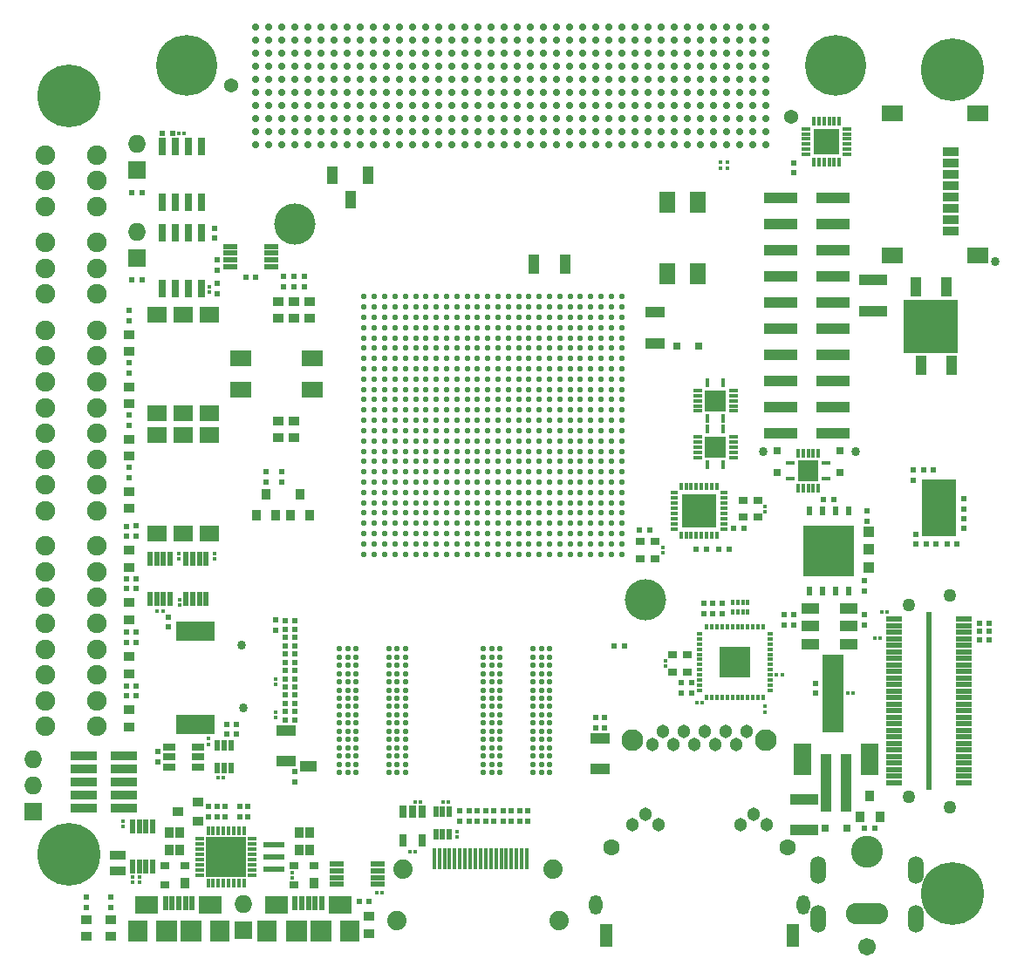
<source format=gbr>
G04 #@! TF.FileFunction,Soldermask,Top*
%FSLAX46Y46*%
G04 Gerber Fmt 4.6, Leading zero omitted, Abs format (unit mm)*
G04 Created by KiCad (PCBNEW 4.0.6) date Mon May 22 11:22:16 2017*
%MOMM*%
%LPD*%
G01*
G04 APERTURE LIST*
%ADD10C,0.101600*%
%ADD11C,0.551600*%
%ADD12R,0.351600X0.801600*%
%ADD13R,0.801600X0.351600*%
%ADD14R,1.701600X1.701600*%
%ADD15C,1.301600*%
%ADD16C,2.101600*%
%ADD17O,1.301600X1.901600*%
%ADD18R,1.181600X2.161600*%
%ADD19C,1.601600*%
%ADD20R,1.901600X1.101600*%
%ADD21R,0.401600X0.381600*%
%ADD22R,0.601600X0.601600*%
%ADD23R,1.101600X1.901600*%
%ADD24R,0.381600X0.401600*%
%ADD25R,0.685800X0.787400*%
%ADD26R,0.787400X0.685800*%
%ADD27R,1.101600X0.901600*%
%ADD28R,1.498600X0.508000*%
%ADD29R,0.609600X17.373600*%
%ADD30C,1.270000*%
%ADD31R,0.401600X2.001600*%
%ADD32C,1.879600*%
%ADD33R,0.501600X1.451600*%
%ADD34R,2.201600X1.701600*%
%ADD35R,1.901600X2.001600*%
%ADD36R,2.001600X2.001600*%
%ADD37R,1.101600X5.601600*%
%ADD38R,1.701600X3.101600*%
%ADD39R,1.752600X1.752600*%
%ADD40O,1.752600X1.752600*%
%ADD41R,2.101600X1.551600*%
%ADD42R,1.601600X0.901600*%
%ADD43R,1.102360X1.000760*%
%ADD44R,3.701600X1.901600*%
%ADD45R,0.901600X1.101600*%
%ADD46R,0.351600X0.601600*%
%ADD47R,2.101600X1.501600*%
%ADD48R,1.501600X2.101600*%
%ADD49R,2.701600X1.101600*%
%ADD50C,0.863600*%
%ADD51R,0.889000X0.990600*%
%ADD52R,0.851600X1.001600*%
%ADD53R,1.181600X0.881600*%
%ADD54R,1.201600X0.701600*%
%ADD55R,1.389100X1.389100*%
%ADD56R,0.551600X1.051600*%
%ADD57R,1.101600X1.351600*%
%ADD58R,0.551600X1.451600*%
%ADD59R,0.701600X1.201600*%
%ADD60R,0.951600X0.371600*%
%ADD61R,0.371600X0.951600*%
%ADD62R,1.351600X1.351600*%
%ADD63R,1.451600X0.551600*%
%ADD64R,0.851600X1.061600*%
%ADD65R,0.851600X0.641600*%
%ADD66R,0.951600X0.381600*%
%ADD67R,0.381600X0.951600*%
%ADD68R,1.101600X1.101600*%
%ADD69R,1.881600X1.621600*%
%ADD70R,0.951600X0.751600*%
%ADD71R,0.701600X1.651600*%
%ADD72R,0.601600X0.901600*%
%ADD73R,1.701600X1.101600*%
%ADD74R,0.601600X0.351600*%
%ADD75R,1.601600X1.601600*%
%ADD76R,0.901600X0.901600*%
%ADD77R,2.101600X0.501600*%
%ADD78R,1.501600X0.851600*%
%ADD79C,0.736600*%
%ADD80C,1.371600*%
%ADD81C,5.901600*%
%ADD82C,1.901600*%
%ADD83R,1.101600X1.701600*%
%ADD84R,2.501600X0.851600*%
%ADD85R,2.501600X0.841600*%
%ADD86R,3.251600X1.101600*%
%ADD87C,1.701600*%
%ADD88C,3.101600*%
%ADD89O,1.501600X2.701600*%
%ADD90O,4.101600X2.101600*%
%ADD91C,6.101600*%
%ADD92C,4.000000*%
G04 APERTURE END LIST*
D10*
D11*
X88700000Y-57100000D03*
X88700000Y-58100000D03*
X88700000Y-59100000D03*
X88700000Y-60100000D03*
X88700000Y-61100000D03*
X88700000Y-62100000D03*
X88700000Y-63100000D03*
X88700000Y-64100000D03*
X88700000Y-65100000D03*
X88700000Y-66100000D03*
X88700000Y-67100000D03*
X88700000Y-68100000D03*
X88700000Y-69100000D03*
X88700000Y-70100000D03*
X88700000Y-71100000D03*
X88700000Y-72100000D03*
X88700000Y-73100000D03*
X88700000Y-74100000D03*
X88700000Y-75100000D03*
X88700000Y-76100000D03*
X88700000Y-77100000D03*
X88700000Y-78100000D03*
X88700000Y-79100000D03*
X88700000Y-80100000D03*
X88700000Y-81100000D03*
X88700000Y-82100000D03*
X87700000Y-57100000D03*
X87700000Y-58100000D03*
X87700000Y-59100000D03*
X87700000Y-60100000D03*
X87700000Y-61100000D03*
X87700000Y-62100000D03*
X87700000Y-63100000D03*
X87700000Y-64100000D03*
X87700000Y-65100000D03*
X87700000Y-66100000D03*
X87700000Y-67100000D03*
X87700000Y-68100000D03*
X87700000Y-69100000D03*
X87700000Y-70100000D03*
X87700000Y-71100000D03*
X87700000Y-72100000D03*
X87700000Y-73100000D03*
X87700000Y-74100000D03*
X87700000Y-75100000D03*
X87700000Y-76100000D03*
X87700000Y-77100000D03*
X87700000Y-78100000D03*
X87700000Y-79100000D03*
X87700000Y-80100000D03*
X87700000Y-81100000D03*
X87700000Y-82100000D03*
X86700000Y-57100000D03*
X86700000Y-58100000D03*
X86700000Y-59100000D03*
X86700000Y-60100000D03*
X86700000Y-61100000D03*
X86700000Y-62100000D03*
X86700000Y-63100000D03*
X86700000Y-64100000D03*
X86700000Y-65100000D03*
X86700000Y-66100000D03*
X86700000Y-67100000D03*
X86700000Y-68100000D03*
X86700000Y-69100000D03*
X86700000Y-70100000D03*
X86700000Y-71100000D03*
X86700000Y-72100000D03*
X86700000Y-73100000D03*
X86700000Y-74100000D03*
X86700000Y-75100000D03*
X86700000Y-76100000D03*
X86700000Y-77100000D03*
X86700000Y-78100000D03*
X86700000Y-79100000D03*
X86700000Y-80100000D03*
X86700000Y-81100000D03*
X86700000Y-82100000D03*
X85700000Y-57100000D03*
X85700000Y-58100000D03*
X85700000Y-59100000D03*
X85700000Y-60100000D03*
X85700000Y-61100000D03*
X85700000Y-62100000D03*
X85700000Y-63100000D03*
X85700000Y-64100000D03*
X85700000Y-65100000D03*
X85700000Y-66100000D03*
X85700000Y-67100000D03*
X85700000Y-68100000D03*
X85700000Y-69100000D03*
X85700000Y-70100000D03*
X85700000Y-71100000D03*
X85700000Y-72100000D03*
X85700000Y-73100000D03*
X85700000Y-74100000D03*
X85700000Y-75100000D03*
X85700000Y-76100000D03*
X85700000Y-77100000D03*
X85700000Y-78100000D03*
X85700000Y-79100000D03*
X85700000Y-80100000D03*
X85700000Y-81100000D03*
X85700000Y-82100000D03*
X84700000Y-57100000D03*
X84700000Y-58100000D03*
X84700000Y-59100000D03*
X84700000Y-60100000D03*
X84700000Y-61100000D03*
X84700000Y-62100000D03*
X84700000Y-63100000D03*
X84700000Y-64100000D03*
X84700000Y-65100000D03*
X84700000Y-66100000D03*
X84700000Y-67100000D03*
X84700000Y-68100000D03*
X84700000Y-69100000D03*
X84700000Y-70100000D03*
X84700000Y-71100000D03*
X84700000Y-72100000D03*
X84700000Y-73100000D03*
X84700000Y-74100000D03*
X84700000Y-75100000D03*
X84700000Y-76100000D03*
X84700000Y-77100000D03*
X84700000Y-78100000D03*
X84700000Y-79100000D03*
X84700000Y-80100000D03*
X84700000Y-81100000D03*
X84700000Y-82100000D03*
X83700000Y-57100000D03*
X83700000Y-58100000D03*
X83700000Y-59100000D03*
X83700000Y-60100000D03*
X83700000Y-61100000D03*
X83700000Y-62100000D03*
X83700000Y-63100000D03*
X83700000Y-64100000D03*
X83700000Y-65100000D03*
X83700000Y-66100000D03*
X83700000Y-67100000D03*
X83700000Y-68100000D03*
X83700000Y-69100000D03*
X83700000Y-70100000D03*
X83700000Y-71100000D03*
X83700000Y-72100000D03*
X83700000Y-73100000D03*
X83700000Y-74100000D03*
X83700000Y-75100000D03*
X83700000Y-76100000D03*
X83700000Y-77100000D03*
X83700000Y-78100000D03*
X83700000Y-79100000D03*
X83700000Y-80100000D03*
X83700000Y-81100000D03*
X83700000Y-82100000D03*
X82700000Y-57100000D03*
X82700000Y-58100000D03*
X82700000Y-59100000D03*
X82700000Y-60100000D03*
X82700000Y-61100000D03*
X82700000Y-62100000D03*
X82700000Y-63100000D03*
X82700000Y-64100000D03*
X82700000Y-65100000D03*
X82700000Y-66100000D03*
X82700000Y-67100000D03*
X82700000Y-68100000D03*
X82700000Y-69100000D03*
X82700000Y-70100000D03*
X82700000Y-71100000D03*
X82700000Y-72100000D03*
X82700000Y-73100000D03*
X82700000Y-74100000D03*
X82700000Y-75100000D03*
X82700000Y-76100000D03*
X82700000Y-77100000D03*
X82700000Y-78100000D03*
X82700000Y-79100000D03*
X82700000Y-80100000D03*
X82700000Y-81100000D03*
X82700000Y-82100000D03*
X81700000Y-57100000D03*
X81700000Y-58100000D03*
X81700000Y-59100000D03*
X81700000Y-60100000D03*
X81700000Y-61100000D03*
X81700000Y-62100000D03*
X81700000Y-63100000D03*
X81700000Y-64100000D03*
X81700000Y-65100000D03*
X81700000Y-66100000D03*
X81700000Y-67100000D03*
X81700000Y-68100000D03*
X81700000Y-69100000D03*
X81700000Y-70100000D03*
X81700000Y-71100000D03*
X81700000Y-72100000D03*
X81700000Y-73100000D03*
X81700000Y-74100000D03*
X81700000Y-75100000D03*
X81700000Y-76100000D03*
X81700000Y-77100000D03*
X81700000Y-78100000D03*
X81700000Y-79100000D03*
X81700000Y-80100000D03*
X81700000Y-81100000D03*
X81700000Y-82100000D03*
X80700000Y-57100000D03*
X80700000Y-58100000D03*
X80700000Y-59100000D03*
X80700000Y-60100000D03*
X80700000Y-61100000D03*
X80700000Y-62100000D03*
X80700000Y-63100000D03*
X80700000Y-64100000D03*
X80700000Y-65100000D03*
X80700000Y-66100000D03*
X80700000Y-67100000D03*
X80700000Y-68100000D03*
X80700000Y-69100000D03*
X80700000Y-70100000D03*
X80700000Y-71100000D03*
X80700000Y-72100000D03*
X80700000Y-73100000D03*
X80700000Y-74100000D03*
X80700000Y-75100000D03*
X80700000Y-76100000D03*
X80700000Y-77100000D03*
X80700000Y-78100000D03*
X80700000Y-79100000D03*
X80700000Y-80100000D03*
X80700000Y-81100000D03*
X80700000Y-82100000D03*
X79700000Y-57100000D03*
X79700000Y-58100000D03*
X79700000Y-59100000D03*
X79700000Y-60100000D03*
X79700000Y-61100000D03*
X79700000Y-62100000D03*
X79700000Y-63100000D03*
X79700000Y-64100000D03*
X79700000Y-65100000D03*
X79700000Y-66100000D03*
X79700000Y-67100000D03*
X79700000Y-68100000D03*
X79700000Y-69100000D03*
X79700000Y-70100000D03*
X79700000Y-71100000D03*
X79700000Y-72100000D03*
X79700000Y-73100000D03*
X79700000Y-74100000D03*
X79700000Y-75100000D03*
X79700000Y-76100000D03*
X79700000Y-77100000D03*
X79700000Y-78100000D03*
X79700000Y-79100000D03*
X79700000Y-80100000D03*
X79700000Y-81100000D03*
X79700000Y-82100000D03*
X78700000Y-57100000D03*
X78700000Y-58100000D03*
X78700000Y-59100000D03*
X78700000Y-60100000D03*
X78700000Y-61100000D03*
X78700000Y-62100000D03*
X78700000Y-63100000D03*
X78700000Y-64100000D03*
X78700000Y-65100000D03*
X78700000Y-66100000D03*
X78700000Y-67100000D03*
X78700000Y-68100000D03*
X78700000Y-69100000D03*
X78700000Y-70100000D03*
X78700000Y-71100000D03*
X78700000Y-72100000D03*
X78700000Y-73100000D03*
X78700000Y-74100000D03*
X78700000Y-75100000D03*
X78700000Y-76100000D03*
X78700000Y-77100000D03*
X78700000Y-78100000D03*
X78700000Y-79100000D03*
X78700000Y-80100000D03*
X78700000Y-81100000D03*
X78700000Y-82100000D03*
X77700000Y-57100000D03*
X77700000Y-58100000D03*
X77700000Y-59100000D03*
X77700000Y-60100000D03*
X77700000Y-61100000D03*
X77700000Y-62100000D03*
X77700000Y-63100000D03*
X77700000Y-64100000D03*
X77700000Y-65100000D03*
X77700000Y-66100000D03*
X77700000Y-67100000D03*
X77700000Y-68100000D03*
X77700000Y-69100000D03*
X77700000Y-70100000D03*
X77700000Y-71100000D03*
X77700000Y-72100000D03*
X77700000Y-73100000D03*
X77700000Y-74100000D03*
X77700000Y-75100000D03*
X77700000Y-76100000D03*
X77700000Y-77100000D03*
X77700000Y-78100000D03*
X77700000Y-79100000D03*
X77700000Y-80100000D03*
X77700000Y-81100000D03*
X77700000Y-82100000D03*
X76700000Y-57100000D03*
X76700000Y-58100000D03*
X76700000Y-59100000D03*
X76700000Y-60100000D03*
X76700000Y-61100000D03*
X76700000Y-62100000D03*
X76700000Y-63100000D03*
X76700000Y-64100000D03*
X76700000Y-65100000D03*
X76700000Y-66100000D03*
X76700000Y-67100000D03*
X76700000Y-68100000D03*
X76700000Y-69100000D03*
X76700000Y-70100000D03*
X76700000Y-71100000D03*
X76700000Y-72100000D03*
X76700000Y-73100000D03*
X76700000Y-74100000D03*
X76700000Y-75100000D03*
X76700000Y-76100000D03*
X76700000Y-77100000D03*
X76700000Y-78100000D03*
X76700000Y-79100000D03*
X76700000Y-80100000D03*
X76700000Y-81100000D03*
X76700000Y-82100000D03*
X75700000Y-57100000D03*
X75700000Y-58100000D03*
X75700000Y-59100000D03*
X75700000Y-60100000D03*
X75700000Y-61100000D03*
X75700000Y-62100000D03*
X75700000Y-63100000D03*
X75700000Y-64100000D03*
X75700000Y-65100000D03*
X75700000Y-66100000D03*
X75700000Y-67100000D03*
X75700000Y-68100000D03*
X75700000Y-69100000D03*
X75700000Y-70100000D03*
X75700000Y-71100000D03*
X75700000Y-72100000D03*
X75700000Y-73100000D03*
X75700000Y-74100000D03*
X75700000Y-75100000D03*
X75700000Y-76100000D03*
X75700000Y-77100000D03*
X75700000Y-78100000D03*
X75700000Y-79100000D03*
X75700000Y-80100000D03*
X75700000Y-81100000D03*
X75700000Y-82100000D03*
X74700000Y-57100000D03*
X74700000Y-58100000D03*
X74700000Y-59100000D03*
X74700000Y-60100000D03*
X74700000Y-61100000D03*
X74700000Y-62100000D03*
X74700000Y-63100000D03*
X74700000Y-64100000D03*
X74700000Y-65100000D03*
X74700000Y-66100000D03*
X74700000Y-67100000D03*
X74700000Y-68100000D03*
X74700000Y-69100000D03*
X74700000Y-70100000D03*
X74700000Y-71100000D03*
X74700000Y-72100000D03*
X74700000Y-73100000D03*
X74700000Y-74100000D03*
X74700000Y-75100000D03*
X74700000Y-76100000D03*
X74700000Y-77100000D03*
X74700000Y-78100000D03*
X74700000Y-79100000D03*
X74700000Y-80100000D03*
X74700000Y-81100000D03*
X74700000Y-82100000D03*
X73700000Y-57100000D03*
X73700000Y-58100000D03*
X73700000Y-59100000D03*
X73700000Y-60100000D03*
X73700000Y-61100000D03*
X73700000Y-62100000D03*
X73700000Y-63100000D03*
X73700000Y-64100000D03*
X73700000Y-65100000D03*
X73700000Y-66100000D03*
X73700000Y-67100000D03*
X73700000Y-68100000D03*
X73700000Y-69100000D03*
X73700000Y-70100000D03*
X73700000Y-71100000D03*
X73700000Y-72100000D03*
X73700000Y-73100000D03*
X73700000Y-74100000D03*
X73700000Y-75100000D03*
X73700000Y-76100000D03*
X73700000Y-77100000D03*
X73700000Y-78100000D03*
X73700000Y-79100000D03*
X73700000Y-80100000D03*
X73700000Y-81100000D03*
X73700000Y-82100000D03*
X72700000Y-57100000D03*
X72700000Y-58100000D03*
X72700000Y-59100000D03*
X72700000Y-60100000D03*
X72700000Y-61100000D03*
X72700000Y-62100000D03*
X72700000Y-63100000D03*
X72700000Y-64100000D03*
X72700000Y-65100000D03*
X72700000Y-66100000D03*
X72700000Y-67100000D03*
X72700000Y-68100000D03*
X72700000Y-69100000D03*
X72700000Y-70100000D03*
X72700000Y-71100000D03*
X72700000Y-72100000D03*
X72700000Y-73100000D03*
X72700000Y-74100000D03*
X72700000Y-75100000D03*
X72700000Y-76100000D03*
X72700000Y-77100000D03*
X72700000Y-78100000D03*
X72700000Y-79100000D03*
X72700000Y-80100000D03*
X72700000Y-81100000D03*
X72700000Y-82100000D03*
X71700000Y-57100000D03*
X71700000Y-58100000D03*
X71700000Y-59100000D03*
X71700000Y-60100000D03*
X71700000Y-61100000D03*
X71700000Y-62100000D03*
X71700000Y-63100000D03*
X71700000Y-64100000D03*
X71700000Y-65100000D03*
X71700000Y-66100000D03*
X71700000Y-67100000D03*
X71700000Y-68100000D03*
X71700000Y-69100000D03*
X71700000Y-70100000D03*
X71700000Y-71100000D03*
X71700000Y-72100000D03*
X71700000Y-73100000D03*
X71700000Y-74100000D03*
X71700000Y-75100000D03*
X71700000Y-76100000D03*
X71700000Y-77100000D03*
X71700000Y-78100000D03*
X71700000Y-79100000D03*
X71700000Y-80100000D03*
X71700000Y-81100000D03*
X71700000Y-82100000D03*
X70700000Y-57100000D03*
X70700000Y-58100000D03*
X70700000Y-59100000D03*
X70700000Y-60100000D03*
X70700000Y-61100000D03*
X70700000Y-62100000D03*
X70700000Y-63100000D03*
X70700000Y-64100000D03*
X70700000Y-65100000D03*
X70700000Y-66100000D03*
X70700000Y-67100000D03*
X70700000Y-68100000D03*
X70700000Y-69100000D03*
X70700000Y-70100000D03*
X70700000Y-71100000D03*
X70700000Y-72100000D03*
X70700000Y-73100000D03*
X70700000Y-74100000D03*
X70700000Y-75100000D03*
X70700000Y-76100000D03*
X70700000Y-77100000D03*
X70700000Y-78100000D03*
X70700000Y-79100000D03*
X70700000Y-80100000D03*
X70700000Y-81100000D03*
X70700000Y-82100000D03*
X69700000Y-57100000D03*
X69700000Y-58100000D03*
X69700000Y-59100000D03*
X69700000Y-60100000D03*
X69700000Y-61100000D03*
X69700000Y-62100000D03*
X69700000Y-63100000D03*
X69700000Y-64100000D03*
X69700000Y-65100000D03*
X69700000Y-66100000D03*
X69700000Y-67100000D03*
X69700000Y-68100000D03*
X69700000Y-69100000D03*
X69700000Y-70100000D03*
X69700000Y-71100000D03*
X69700000Y-72100000D03*
X69700000Y-73100000D03*
X69700000Y-74100000D03*
X69700000Y-75100000D03*
X69700000Y-76100000D03*
X69700000Y-77100000D03*
X69700000Y-78100000D03*
X69700000Y-79100000D03*
X69700000Y-80100000D03*
X69700000Y-81100000D03*
X69700000Y-82100000D03*
X68700000Y-57100000D03*
X68700000Y-58100000D03*
X68700000Y-59100000D03*
X68700000Y-60100000D03*
X68700000Y-61100000D03*
X68700000Y-62100000D03*
X68700000Y-63100000D03*
X68700000Y-64100000D03*
X68700000Y-65100000D03*
X68700000Y-66100000D03*
X68700000Y-67100000D03*
X68700000Y-68100000D03*
X68700000Y-69100000D03*
X68700000Y-70100000D03*
X68700000Y-71100000D03*
X68700000Y-72100000D03*
X68700000Y-73100000D03*
X68700000Y-74100000D03*
X68700000Y-75100000D03*
X68700000Y-76100000D03*
X68700000Y-77100000D03*
X68700000Y-78100000D03*
X68700000Y-79100000D03*
X68700000Y-80100000D03*
X68700000Y-81100000D03*
X68700000Y-82100000D03*
X67700000Y-57100000D03*
X67700000Y-58100000D03*
X67700000Y-59100000D03*
X67700000Y-60100000D03*
X67700000Y-61100000D03*
X67700000Y-62100000D03*
X67700000Y-63100000D03*
X67700000Y-64100000D03*
X67700000Y-65100000D03*
X67700000Y-66100000D03*
X67700000Y-67100000D03*
X67700000Y-68100000D03*
X67700000Y-69100000D03*
X67700000Y-70100000D03*
X67700000Y-71100000D03*
X67700000Y-72100000D03*
X67700000Y-73100000D03*
X67700000Y-74100000D03*
X67700000Y-75100000D03*
X67700000Y-76100000D03*
X67700000Y-77100000D03*
X67700000Y-78100000D03*
X67700000Y-79100000D03*
X67700000Y-80100000D03*
X67700000Y-81100000D03*
X67700000Y-82100000D03*
X66700000Y-57100000D03*
X66700000Y-58100000D03*
X66700000Y-59100000D03*
X66700000Y-60100000D03*
X66700000Y-61100000D03*
X66700000Y-62100000D03*
X66700000Y-63100000D03*
X66700000Y-64100000D03*
X66700000Y-65100000D03*
X66700000Y-66100000D03*
X66700000Y-67100000D03*
X66700000Y-68100000D03*
X66700000Y-69100000D03*
X66700000Y-70100000D03*
X66700000Y-71100000D03*
X66700000Y-72100000D03*
X66700000Y-73100000D03*
X66700000Y-74100000D03*
X66700000Y-75100000D03*
X66700000Y-76100000D03*
X66700000Y-77100000D03*
X66700000Y-78100000D03*
X66700000Y-79100000D03*
X66700000Y-80100000D03*
X66700000Y-81100000D03*
X66700000Y-82100000D03*
X65700000Y-57100000D03*
X65700000Y-58100000D03*
X65700000Y-59100000D03*
X65700000Y-60100000D03*
X65700000Y-61100000D03*
X65700000Y-62100000D03*
X65700000Y-63100000D03*
X65700000Y-64100000D03*
X65700000Y-65100000D03*
X65700000Y-66100000D03*
X65700000Y-67100000D03*
X65700000Y-68100000D03*
X65700000Y-69100000D03*
X65700000Y-70100000D03*
X65700000Y-71100000D03*
X65700000Y-72100000D03*
X65700000Y-73100000D03*
X65700000Y-74100000D03*
X65700000Y-75100000D03*
X65700000Y-76100000D03*
X65700000Y-77100000D03*
X65700000Y-78100000D03*
X65700000Y-79100000D03*
X65700000Y-80100000D03*
X65700000Y-81100000D03*
X65700000Y-82100000D03*
X64700000Y-57100000D03*
X64700000Y-58100000D03*
X64700000Y-59100000D03*
X64700000Y-60100000D03*
X64700000Y-61100000D03*
X64700000Y-62100000D03*
X64700000Y-63100000D03*
X64700000Y-64100000D03*
X64700000Y-65100000D03*
X64700000Y-66100000D03*
X64700000Y-67100000D03*
X64700000Y-68100000D03*
X64700000Y-69100000D03*
X64700000Y-70100000D03*
X64700000Y-71100000D03*
X64700000Y-72100000D03*
X64700000Y-73100000D03*
X64700000Y-74100000D03*
X64700000Y-75100000D03*
X64700000Y-76100000D03*
X64700000Y-77100000D03*
X64700000Y-78100000D03*
X64700000Y-79100000D03*
X64700000Y-80100000D03*
X64700000Y-81100000D03*
X64700000Y-82100000D03*
X63700000Y-57100000D03*
X63700000Y-58100000D03*
X63700000Y-59100000D03*
X63700000Y-60100000D03*
X63700000Y-61100000D03*
X63700000Y-62100000D03*
X63700000Y-63100000D03*
X63700000Y-64100000D03*
X63700000Y-65100000D03*
X63700000Y-66100000D03*
X63700000Y-67100000D03*
X63700000Y-68100000D03*
X63700000Y-69100000D03*
X63700000Y-70100000D03*
X63700000Y-71100000D03*
X63700000Y-72100000D03*
X63700000Y-73100000D03*
X63700000Y-74100000D03*
X63700000Y-75100000D03*
X63700000Y-76100000D03*
X63700000Y-77100000D03*
X63700000Y-78100000D03*
X63700000Y-79100000D03*
X63700000Y-80100000D03*
X63700000Y-81100000D03*
X63700000Y-82100000D03*
D12*
X97950000Y-75500000D03*
X97450000Y-75500000D03*
X96950000Y-75500000D03*
X96450000Y-75500000D03*
X95950000Y-75500000D03*
X95450000Y-75500000D03*
X94950000Y-75500000D03*
X94450000Y-75500000D03*
D13*
X93800000Y-76150000D03*
X93800000Y-76650000D03*
X93800000Y-77150000D03*
X93800000Y-77650000D03*
X93800000Y-78150000D03*
X93800000Y-78650000D03*
X93800000Y-79150000D03*
X93800000Y-79650000D03*
D12*
X94450000Y-80300000D03*
X94950000Y-80300000D03*
X95450000Y-80300000D03*
X95950000Y-80300000D03*
X96450000Y-80300000D03*
X96950000Y-80300000D03*
X97450000Y-80300000D03*
X97950000Y-80300000D03*
D13*
X98600000Y-79650000D03*
X98600000Y-79150000D03*
X98600000Y-78650000D03*
X98600000Y-78150000D03*
X98600000Y-77650000D03*
X98600000Y-77150000D03*
X98600000Y-76650000D03*
X98600000Y-76150000D03*
D14*
X95400000Y-78700000D03*
X97000000Y-78700000D03*
X95400000Y-77100000D03*
X97000000Y-77100000D03*
D15*
X91661000Y-100596000D03*
X93693000Y-100596000D03*
X95725000Y-100596000D03*
X97757000Y-100596000D03*
X99789000Y-100596000D03*
X92677000Y-99326000D03*
X94709000Y-99326000D03*
X96741000Y-99326000D03*
X98773000Y-99326000D03*
X100805000Y-99326000D03*
D16*
X89733000Y-100206000D03*
X102733000Y-100206000D03*
D15*
X89723000Y-108346000D03*
X90993000Y-107326000D03*
X92263000Y-108346000D03*
X100203000Y-108346000D03*
X101473000Y-107326000D03*
X102743000Y-108346000D03*
D17*
X86148000Y-116156000D03*
X106318000Y-116156000D03*
D18*
X87158000Y-119126000D03*
X105308000Y-119126000D03*
D19*
X104768000Y-110556000D03*
X87698000Y-110556000D03*
D20*
X86600000Y-103000000D03*
X86600000Y-100000000D03*
X56100000Y-102200000D03*
X56100000Y-99200000D03*
D21*
X55100000Y-94765000D03*
X55100000Y-94235000D03*
X55100000Y-97435000D03*
X55100000Y-97965000D03*
D22*
X121920000Y-76716000D03*
X121920000Y-77716000D03*
X116967000Y-74922000D03*
X116967000Y-73922000D03*
D23*
X117753000Y-63754000D03*
X120753000Y-63754000D03*
D21*
X48600000Y-100565000D03*
X48600000Y-100035000D03*
D24*
X49535000Y-103800000D03*
X50065000Y-103800000D03*
X110635000Y-95631000D03*
X111165000Y-95631000D03*
D21*
X41200000Y-113965000D03*
X41200000Y-113435000D03*
X41900000Y-113965000D03*
X41900000Y-113435000D03*
D24*
X71865000Y-106200000D03*
X71335000Y-106200000D03*
D21*
X72700000Y-109035000D03*
X72700000Y-109565000D03*
D22*
X49400000Y-55800000D03*
X49400000Y-56800000D03*
X44100000Y-41200000D03*
X45100000Y-41200000D03*
X53200000Y-55200000D03*
X52200000Y-55200000D03*
D21*
X45800000Y-87065000D03*
X45800000Y-86535000D03*
X49200000Y-82565000D03*
X49200000Y-82035000D03*
D24*
X44165000Y-87600000D03*
X43635000Y-87600000D03*
D21*
X45700000Y-82565000D03*
X45700000Y-82035000D03*
X92700000Y-81435000D03*
X92700000Y-81965000D03*
D22*
X112300000Y-84700000D03*
X112300000Y-85700000D03*
D23*
X80200000Y-53900000D03*
X83200000Y-53900000D03*
D20*
X91900000Y-58600000D03*
X91900000Y-61600000D03*
D21*
X102600000Y-77965000D03*
X102600000Y-77435000D03*
D24*
X103748000Y-93853000D03*
X104278000Y-93853000D03*
X96531000Y-96520000D03*
X96001000Y-96520000D03*
D21*
X102616000Y-96890000D03*
X102616000Y-97420000D03*
X92964000Y-92445000D03*
X92964000Y-92975000D03*
X98298000Y-44058000D03*
X98298000Y-44588000D03*
X98933000Y-44058000D03*
X98933000Y-44588000D03*
D25*
X110555000Y-108700000D03*
X108445000Y-108700000D03*
D26*
X103800000Y-74155000D03*
X103800000Y-72045000D03*
X109900000Y-74155000D03*
X109900000Y-72045000D03*
D25*
X94045000Y-61900000D03*
X96155000Y-61900000D03*
D27*
X56900000Y-59225000D03*
X56900000Y-57575000D03*
X55400000Y-57575000D03*
X55400000Y-59225000D03*
X58400000Y-59225000D03*
X58400000Y-57575000D03*
X36700000Y-117575000D03*
X36700000Y-119225000D03*
X39100000Y-117575000D03*
X39100000Y-119225000D03*
X40894000Y-83375000D03*
X40894000Y-81725000D03*
X40894000Y-88455000D03*
X40894000Y-86805000D03*
X40894000Y-93726000D03*
X40894000Y-92076000D03*
X40894000Y-98869000D03*
X40894000Y-97219000D03*
X64200000Y-118925000D03*
X64200000Y-117275000D03*
X55400000Y-69175000D03*
X55400000Y-70825000D03*
X56900000Y-69175000D03*
X56900000Y-70825000D03*
D28*
X115154500Y-104293000D03*
X115154500Y-103658000D03*
X115154500Y-103023000D03*
X115154500Y-102388000D03*
X115154500Y-101753000D03*
X115154500Y-101118000D03*
X115154500Y-100483000D03*
X115154500Y-99848000D03*
X115154500Y-99213000D03*
X115154500Y-98578000D03*
X115154500Y-97943000D03*
X115154500Y-97308000D03*
X115154500Y-96673000D03*
X115154500Y-96038000D03*
X115154500Y-95403000D03*
X115154500Y-94768000D03*
X115154500Y-94133000D03*
X115154500Y-93498000D03*
X115154500Y-92863000D03*
X115154500Y-92228000D03*
X115154500Y-91593000D03*
X115154500Y-90958000D03*
X115154500Y-90323000D03*
X115154500Y-89688000D03*
X115154500Y-89053000D03*
X115154500Y-88418000D03*
X121885500Y-103658000D03*
X121885500Y-101753000D03*
X121885500Y-103023000D03*
X121885500Y-104293000D03*
X121885500Y-102388000D03*
X121885500Y-90323000D03*
X121885500Y-90958000D03*
X121885500Y-89053000D03*
X121885500Y-88418000D03*
X121885500Y-89688000D03*
X121885500Y-98578000D03*
X121885500Y-97943000D03*
X121885500Y-100483000D03*
X121885500Y-99848000D03*
X121885500Y-101118000D03*
X121885500Y-99213000D03*
X121885500Y-96038000D03*
X121885500Y-97308000D03*
X121885500Y-94768000D03*
X121885500Y-95403000D03*
X121885500Y-96673000D03*
X121885500Y-94133000D03*
X121885500Y-92228000D03*
X121885500Y-93498000D03*
X121885500Y-92863000D03*
X121885500Y-91593000D03*
D29*
X118520000Y-96355500D03*
D30*
X116615000Y-105690000D03*
X116615000Y-87021000D03*
X120552000Y-106642500D03*
X120552000Y-86068500D03*
D31*
X70500000Y-111700000D03*
X79500000Y-111700000D03*
X71000000Y-111700000D03*
X71500000Y-111700000D03*
X72000000Y-111700000D03*
X72500000Y-111700000D03*
X73000000Y-111700000D03*
X73500000Y-111700000D03*
X74000000Y-111700000D03*
X74500000Y-111700000D03*
X75000000Y-111700000D03*
X75500000Y-111700000D03*
X76000000Y-111700000D03*
X76500000Y-111700000D03*
X77000000Y-111700000D03*
X77500000Y-111700000D03*
X78000000Y-111700000D03*
X78500000Y-111700000D03*
X79000000Y-111700000D03*
D32*
X67500000Y-112700000D03*
X82000000Y-112700000D03*
X82600000Y-117650000D03*
X66900000Y-117650000D03*
D33*
X45700000Y-116025000D03*
X45050000Y-116025000D03*
X46350000Y-116025000D03*
X44400000Y-116025000D03*
X47000000Y-116025000D03*
D34*
X42600000Y-116150000D03*
X48800000Y-116150000D03*
D35*
X41700000Y-118700000D03*
X49700000Y-118700000D03*
D36*
X44500000Y-118700000D03*
X46900000Y-118700000D03*
D37*
X110500000Y-104300000D03*
X108500000Y-104300000D03*
D38*
X106250000Y-102050000D03*
X112750000Y-102050000D03*
D39*
X31600000Y-107140000D03*
D40*
X31600000Y-104600000D03*
X31600000Y-102060000D03*
D33*
X58300000Y-116000000D03*
X57650000Y-116000000D03*
X58950000Y-116000000D03*
X57000000Y-116000000D03*
X59600000Y-116000000D03*
D34*
X55200000Y-116125000D03*
X61400000Y-116125000D03*
D35*
X54300000Y-118675000D03*
X62300000Y-118675000D03*
D36*
X57100000Y-118675000D03*
X59500000Y-118675000D03*
D41*
X123276000Y-53128000D03*
X123276000Y-39328000D03*
X114976000Y-53128000D03*
X114976000Y-39328000D03*
D42*
X120676000Y-50728000D03*
X120676000Y-49628000D03*
X120676000Y-48528000D03*
X120676000Y-47428000D03*
X120676000Y-46328000D03*
X120676000Y-45228000D03*
X120676000Y-44128000D03*
X120676000Y-43028000D03*
D39*
X52000000Y-118640000D03*
D40*
X52000000Y-116100000D03*
D43*
X112649000Y-81661000D03*
X112649000Y-79961000D03*
X112649000Y-83361000D03*
D39*
X41656000Y-44831000D03*
D40*
X41656000Y-42291000D03*
D39*
X41656000Y-53340000D03*
D40*
X41656000Y-50800000D03*
D44*
X47300000Y-98600000D03*
X47300000Y-89600000D03*
D27*
X47600000Y-108050000D03*
X45600000Y-107100000D03*
X47600000Y-106150000D03*
D45*
X111850000Y-107600000D03*
X112800000Y-105600000D03*
X113750000Y-107600000D03*
X53250000Y-78300000D03*
X54200000Y-76300000D03*
X55150000Y-78300000D03*
X56550000Y-78300000D03*
X57500000Y-76300000D03*
X58450000Y-78300000D03*
D22*
X56000000Y-94200000D03*
X57000000Y-94200000D03*
X56000000Y-91800000D03*
X57000000Y-91800000D03*
X56000000Y-92600000D03*
X57000000Y-92600000D03*
X56000000Y-90200000D03*
X57000000Y-90200000D03*
X56000000Y-88600000D03*
X57000000Y-88600000D03*
X56000000Y-91000000D03*
X57000000Y-91000000D03*
X56000000Y-95000000D03*
X57000000Y-95000000D03*
X56000000Y-89400000D03*
X57000000Y-89400000D03*
X56000000Y-95800000D03*
X57000000Y-95800000D03*
X56000000Y-93400000D03*
X57000000Y-93400000D03*
X56000000Y-96600000D03*
X57000000Y-96600000D03*
X56000000Y-97400000D03*
X57000000Y-97400000D03*
X56000000Y-98200000D03*
X57000000Y-98200000D03*
X89000000Y-91000000D03*
X88000000Y-91000000D03*
X117221000Y-80145000D03*
X117221000Y-81145000D03*
X121277000Y-81153000D03*
X120277000Y-81153000D03*
X121920000Y-79621000D03*
X121920000Y-78621000D03*
X118245000Y-81153000D03*
X119245000Y-81153000D03*
X117991000Y-73914000D03*
X118991000Y-73914000D03*
X50400000Y-98600000D03*
X50400000Y-99600000D03*
X51300000Y-98600000D03*
X51300000Y-99600000D03*
X124400000Y-90400000D03*
X123400000Y-90400000D03*
X107495000Y-95631000D03*
X107495000Y-94631000D03*
X79600000Y-107000000D03*
X79600000Y-108000000D03*
X78800000Y-107000000D03*
X78800000Y-108000000D03*
X78000000Y-107000000D03*
X78000000Y-108000000D03*
X77200000Y-107000000D03*
X77200000Y-108000000D03*
X76300000Y-107000000D03*
X76300000Y-108000000D03*
X75500000Y-107000000D03*
X75500000Y-108000000D03*
X74700000Y-107000000D03*
X74700000Y-108000000D03*
X73900000Y-107000000D03*
X73900000Y-108000000D03*
X73000000Y-108000000D03*
X73000000Y-107000000D03*
X48600000Y-107600000D03*
X48600000Y-106600000D03*
X50200000Y-106600000D03*
X50200000Y-107600000D03*
X49400000Y-106600000D03*
X49400000Y-107600000D03*
X49400000Y-53500000D03*
X49400000Y-54500000D03*
X56900000Y-56100000D03*
X56900000Y-55100000D03*
X55900000Y-56100000D03*
X55900000Y-55100000D03*
X57900000Y-56100000D03*
X57900000Y-55100000D03*
X36700000Y-116400000D03*
X36700000Y-115400000D03*
X39100000Y-116400000D03*
X39100000Y-115400000D03*
X112300000Y-108700000D03*
X113300000Y-108700000D03*
X40640000Y-80383000D03*
X40640000Y-79383000D03*
X40640000Y-85463000D03*
X40640000Y-84463000D03*
X40640000Y-90670000D03*
X40640000Y-89670000D03*
X40640000Y-95877000D03*
X40640000Y-94877000D03*
X41529000Y-79375000D03*
X41529000Y-80375000D03*
X41529000Y-84463000D03*
X41529000Y-85463000D03*
X41529000Y-89670000D03*
X41529000Y-90670000D03*
X41529000Y-94877000D03*
X41529000Y-95877000D03*
X40894000Y-59436000D03*
X40894000Y-58436000D03*
X40894000Y-64508000D03*
X40894000Y-63508000D03*
X40894000Y-69588000D03*
X40894000Y-68588000D03*
X40894000Y-74668000D03*
X40894000Y-73668000D03*
X91400000Y-79800000D03*
X90400000Y-79800000D03*
X52400000Y-107600000D03*
X52400000Y-106600000D03*
X51600000Y-107600000D03*
X51600000Y-106600000D03*
X124400000Y-88800000D03*
X123400000Y-88800000D03*
X124400000Y-89600000D03*
X123400000Y-89600000D03*
X105400000Y-88000000D03*
X105400000Y-89000000D03*
X109300000Y-76800000D03*
X108300000Y-76800000D03*
X49149000Y-50427000D03*
X49149000Y-51427000D03*
X104500000Y-89000000D03*
X104500000Y-88000000D03*
X42156000Y-46990000D03*
X41156000Y-46990000D03*
X41156000Y-55499000D03*
X42156000Y-55499000D03*
X112300000Y-88000000D03*
X112300000Y-89000000D03*
X112500000Y-78900000D03*
X112500000Y-77900000D03*
X105410000Y-44077000D03*
X105410000Y-45077000D03*
X63200000Y-115800000D03*
X64200000Y-115800000D03*
X96900000Y-81600000D03*
X95900000Y-81600000D03*
X98100000Y-81600000D03*
X99100000Y-81600000D03*
X99600000Y-79600000D03*
X100600000Y-79600000D03*
X96647000Y-86876000D03*
X96647000Y-87876000D03*
X97536000Y-86876000D03*
X97536000Y-87876000D03*
X98425000Y-86876000D03*
X98425000Y-87876000D03*
X95496000Y-94615000D03*
X94496000Y-94615000D03*
X94496000Y-95631000D03*
X95496000Y-95631000D03*
X54200000Y-75100000D03*
X54200000Y-74100000D03*
X55700000Y-74100000D03*
X55700000Y-75100000D03*
D46*
X100953000Y-87749000D03*
X100453000Y-87749000D03*
X99953000Y-87749000D03*
X99453000Y-87749000D03*
X100953000Y-86749000D03*
X100453000Y-86749000D03*
X99953000Y-86749000D03*
X99453000Y-86749000D03*
D47*
X51700000Y-63100000D03*
X51700000Y-66100000D03*
X58700000Y-63100000D03*
X58700000Y-66100000D03*
D48*
X93100000Y-54900000D03*
X96100000Y-54900000D03*
X93100000Y-47900000D03*
X96100000Y-47900000D03*
D49*
X106400000Y-105900000D03*
X106400000Y-108900000D03*
X113100000Y-58500000D03*
X113100000Y-55500000D03*
D50*
X125000000Y-53700000D03*
X111400000Y-72100000D03*
X102400000Y-72100000D03*
X51800000Y-90900000D03*
X52000000Y-97000000D03*
D51*
X45833400Y-110850900D03*
X44766600Y-110850900D03*
X45833400Y-109149100D03*
X44766600Y-109149100D03*
X58433400Y-110850900D03*
X57366600Y-110850900D03*
X58433400Y-109149100D03*
X57366600Y-109149100D03*
D52*
X57925000Y-102700000D03*
X58675000Y-102700000D03*
D53*
X120580000Y-79937000D03*
X119500000Y-79937000D03*
X118420000Y-79937000D03*
X120580000Y-79157000D03*
X120580000Y-78377000D03*
X120580000Y-77597000D03*
X120580000Y-76817000D03*
X120580000Y-76037000D03*
X120580000Y-75257000D03*
X119500000Y-75257000D03*
X119500000Y-76037000D03*
X119500000Y-76817000D03*
X119500000Y-77597000D03*
X119500000Y-78377000D03*
X119500000Y-79157000D03*
X118420000Y-79157000D03*
X118420000Y-78377000D03*
X118420000Y-77597000D03*
X118420000Y-76817000D03*
X118420000Y-76037000D03*
X118420000Y-75257000D03*
D54*
X44800000Y-100850000D03*
X44800000Y-102750000D03*
X44800000Y-101800000D03*
X47600000Y-102750000D03*
X47600000Y-100850000D03*
X47600000Y-101800000D03*
D55*
X120631250Y-61931250D03*
X119343750Y-61931250D03*
X118056250Y-61931250D03*
X116768750Y-61931250D03*
X120631250Y-60643750D03*
X119343750Y-60643750D03*
X118056250Y-60643750D03*
X116768750Y-60643750D03*
X120631250Y-59356250D03*
X119343750Y-59356250D03*
X118056250Y-59356250D03*
X116768750Y-59356250D03*
X120631250Y-58068750D03*
X119343750Y-58068750D03*
X118056250Y-58068750D03*
X116768750Y-58068750D03*
D56*
X49450000Y-102900000D03*
X50100000Y-102900000D03*
X50750000Y-102900000D03*
X50750000Y-100700000D03*
X49450000Y-100700000D03*
X50100000Y-100700000D03*
D57*
X109720000Y-97506000D03*
X109720000Y-96256000D03*
X109720000Y-98756000D03*
X108720000Y-98756000D03*
X108720000Y-97506000D03*
X108720000Y-96256000D03*
X108720000Y-95006000D03*
X108720000Y-93756000D03*
X108720000Y-92506000D03*
X109720000Y-92506000D03*
X109720000Y-93756000D03*
X109720000Y-95006000D03*
D58*
X41225000Y-108525000D03*
X41875000Y-108525000D03*
X42525000Y-108525000D03*
X43175000Y-108525000D03*
X41225000Y-112475000D03*
X41875000Y-112475000D03*
X42525000Y-112475000D03*
X43175000Y-112475000D03*
D56*
X71950000Y-107100000D03*
X71300000Y-107100000D03*
X70650000Y-107100000D03*
X70650000Y-109300000D03*
X71950000Y-109300000D03*
X71300000Y-109300000D03*
D59*
X69350000Y-107100000D03*
X67450000Y-107100000D03*
X68400000Y-107100000D03*
X67450000Y-109900000D03*
X69350000Y-109900000D03*
D60*
X52850000Y-113250000D03*
X52850000Y-112750000D03*
X52850000Y-112250000D03*
X52850000Y-111750000D03*
X52850000Y-111250000D03*
X52850000Y-110750000D03*
X52850000Y-110250000D03*
X52850000Y-109750000D03*
D61*
X52050000Y-108950000D03*
X51550000Y-108950000D03*
X51050000Y-108950000D03*
X50550000Y-108950000D03*
X50050000Y-108950000D03*
X49550000Y-108950000D03*
X49050000Y-108950000D03*
X48550000Y-108950000D03*
D60*
X47750000Y-109750000D03*
X47750000Y-110250000D03*
X47750000Y-110750000D03*
X47750000Y-111250000D03*
X47750000Y-111750000D03*
X47750000Y-112250000D03*
X47750000Y-112750000D03*
X47750000Y-113250000D03*
D61*
X48550000Y-114050000D03*
X49050000Y-114050000D03*
X49550000Y-114050000D03*
X50050000Y-114050000D03*
X50550000Y-114050000D03*
X51050000Y-114050000D03*
X51550000Y-114050000D03*
X52050000Y-114050000D03*
D62*
X49050000Y-110250000D03*
X49050000Y-112750000D03*
X51550000Y-110250000D03*
X50300000Y-112750000D03*
X49050000Y-111500000D03*
X50300000Y-111500000D03*
X51550000Y-111500000D03*
X50300000Y-110250000D03*
X51550000Y-112750000D03*
D63*
X50725000Y-54175000D03*
X50725000Y-53525000D03*
X50725000Y-52875000D03*
X50725000Y-52225000D03*
X54675000Y-54175000D03*
X54675000Y-53525000D03*
X54675000Y-52875000D03*
X54675000Y-52225000D03*
D64*
X46275000Y-114060000D03*
D65*
X44325000Y-112340000D03*
X46275000Y-112340000D03*
X44325000Y-114260000D03*
D66*
X96075000Y-67200000D03*
X96075000Y-66700000D03*
X96075000Y-66200000D03*
X96075000Y-67700000D03*
X96075000Y-68200000D03*
X99525000Y-67200000D03*
X99525000Y-66700000D03*
X99525000Y-66200000D03*
X99525000Y-67700000D03*
X99525000Y-68200000D03*
D67*
X98550000Y-65475000D03*
X97050000Y-65475000D03*
X97050000Y-68925000D03*
X98550000Y-68925000D03*
D68*
X98300000Y-66700000D03*
X98300000Y-67700000D03*
X97300000Y-67700000D03*
X97300000Y-66700000D03*
D66*
X96075000Y-71700000D03*
X96075000Y-71200000D03*
X96075000Y-70700000D03*
X96075000Y-72200000D03*
X96075000Y-72700000D03*
X99525000Y-71700000D03*
X99525000Y-71200000D03*
X99525000Y-70700000D03*
X99525000Y-72200000D03*
X99525000Y-72700000D03*
D67*
X98550000Y-69975000D03*
X97050000Y-69975000D03*
X97050000Y-73425000D03*
X98550000Y-73425000D03*
D68*
X98300000Y-71200000D03*
X98300000Y-72200000D03*
X97300000Y-72200000D03*
X97300000Y-71200000D03*
D67*
X106800000Y-75725000D03*
X106300000Y-75725000D03*
X105800000Y-75725000D03*
X107300000Y-75725000D03*
X107800000Y-75725000D03*
X106800000Y-72275000D03*
X106300000Y-72275000D03*
X105800000Y-72275000D03*
X107300000Y-72275000D03*
X107800000Y-72275000D03*
D66*
X105075000Y-73250000D03*
X105075000Y-74750000D03*
X108525000Y-74750000D03*
X108525000Y-73250000D03*
D68*
X106300000Y-73500000D03*
X107300000Y-73500000D03*
X107300000Y-74500000D03*
X106300000Y-74500000D03*
D58*
X48375000Y-86475000D03*
X47725000Y-86475000D03*
X47075000Y-86475000D03*
X46425000Y-86475000D03*
X48375000Y-82525000D03*
X47725000Y-82525000D03*
X47075000Y-82525000D03*
X46425000Y-82525000D03*
X44875000Y-86475000D03*
X44225000Y-86475000D03*
X43575000Y-86475000D03*
X42925000Y-86475000D03*
X44875000Y-82525000D03*
X44225000Y-82525000D03*
X43575000Y-82525000D03*
X42925000Y-82525000D03*
D69*
X43561000Y-68389000D03*
X43561000Y-58865000D03*
X46101000Y-58865000D03*
X48641000Y-58865000D03*
X48641000Y-68389000D03*
X46101000Y-68389000D03*
X43561000Y-80073000D03*
X43561000Y-70549000D03*
X46101000Y-70549000D03*
X48641000Y-70549000D03*
X48641000Y-80073000D03*
X46101000Y-80073000D03*
D70*
X90475000Y-80875000D03*
X91925000Y-82525000D03*
X90475000Y-82525000D03*
X91925000Y-80875000D03*
D71*
X47879000Y-50894000D03*
X46609000Y-50894000D03*
X45339000Y-50894000D03*
X44069000Y-50894000D03*
X44069000Y-56294000D03*
X45339000Y-56294000D03*
X46609000Y-56294000D03*
X47879000Y-56294000D03*
X47879000Y-42512000D03*
X46609000Y-42512000D03*
X45339000Y-42512000D03*
X44069000Y-42512000D03*
X44069000Y-47912000D03*
X45339000Y-47912000D03*
X46609000Y-47912000D03*
X47879000Y-47912000D03*
D72*
X109435000Y-77900000D03*
X108165000Y-77900000D03*
X106895000Y-77900000D03*
X110705000Y-77900000D03*
X110705000Y-85700000D03*
X109435000Y-85700000D03*
X108165000Y-85700000D03*
X106895000Y-85700000D03*
D14*
X108800000Y-81800000D03*
X110400000Y-81800000D03*
X110400000Y-83400000D03*
X108800000Y-83400000D03*
X107200000Y-83400000D03*
X107200000Y-81800000D03*
X107200000Y-80200000D03*
X108800000Y-80200000D03*
X110400000Y-80200000D03*
D73*
X110750000Y-89100000D03*
X110750000Y-87350000D03*
X110750000Y-90850000D03*
X107050000Y-87350000D03*
X107050000Y-89100000D03*
X107050000Y-90850000D03*
D70*
X101925000Y-78525000D03*
X100475000Y-76875000D03*
X101925000Y-76875000D03*
X100475000Y-78525000D03*
D63*
X64975000Y-112225000D03*
X64975000Y-112875000D03*
X64975000Y-113525000D03*
X64975000Y-114175000D03*
X61025000Y-112225000D03*
X61025000Y-112875000D03*
X61025000Y-113525000D03*
X61025000Y-114175000D03*
D64*
X58875000Y-114060000D03*
D65*
X56925000Y-112340000D03*
X58875000Y-112340000D03*
X56925000Y-114260000D03*
D74*
X96295000Y-95333000D03*
X96295000Y-94833000D03*
X96295000Y-94333000D03*
X96295000Y-93833000D03*
X96295000Y-93333000D03*
X96295000Y-92833000D03*
X96295000Y-92333000D03*
X96295000Y-91833000D03*
X96295000Y-91333000D03*
X96295000Y-90833000D03*
X96295000Y-90333000D03*
X96295000Y-89833000D03*
D46*
X96945000Y-89183000D03*
X99445000Y-89183000D03*
X98945000Y-89183000D03*
X98445000Y-89183000D03*
X97945000Y-89183000D03*
X97445000Y-89183000D03*
X99945000Y-89183000D03*
X100445000Y-89183000D03*
X100945000Y-89183000D03*
X101445000Y-89183000D03*
X101945000Y-89183000D03*
X102445000Y-89183000D03*
D74*
X103095000Y-92333000D03*
X103095000Y-91833000D03*
X103095000Y-91333000D03*
X103095000Y-90833000D03*
X103095000Y-90333000D03*
X103095000Y-89833000D03*
X103095000Y-92833000D03*
X103095000Y-93333000D03*
X103095000Y-93833000D03*
X103095000Y-94333000D03*
X103095000Y-94833000D03*
X103095000Y-95333000D03*
D46*
X99945000Y-95983000D03*
X99445000Y-95983000D03*
X98945000Y-95983000D03*
X98445000Y-95983000D03*
X97945000Y-95983000D03*
X97445000Y-95983000D03*
X96945000Y-95983000D03*
X100445000Y-95983000D03*
X100945000Y-95983000D03*
X101445000Y-95983000D03*
X101945000Y-95983000D03*
X102445000Y-95983000D03*
D75*
X98945000Y-93333000D03*
X98945000Y-91833000D03*
X100445000Y-91833000D03*
X100445000Y-93333000D03*
D67*
X109835000Y-44012000D03*
X108835000Y-44012000D03*
X109335000Y-44012000D03*
X108335000Y-44012000D03*
X107835000Y-44012000D03*
X107335000Y-44012000D03*
D66*
X110560000Y-43287000D03*
X110560000Y-42787000D03*
X110560000Y-42287000D03*
X110560000Y-41787000D03*
X110560000Y-41287000D03*
X110560000Y-40787000D03*
D67*
X108835000Y-40062000D03*
X109335000Y-40062000D03*
X109835000Y-40062000D03*
X108335000Y-40062000D03*
X107835000Y-40062000D03*
X107335000Y-40062000D03*
D66*
X106610000Y-40787000D03*
X106610000Y-41287000D03*
X106610000Y-41787000D03*
X106610000Y-42287000D03*
X106610000Y-42787000D03*
X106610000Y-43287000D03*
D76*
X109385000Y-42837000D03*
X108585000Y-42837000D03*
X107785000Y-42837000D03*
X107785000Y-42037000D03*
X108585000Y-42037000D03*
X109385000Y-42037000D03*
X109385000Y-41237000D03*
X108585000Y-41237000D03*
X107785000Y-41237000D03*
D70*
X95086000Y-93535000D03*
X93636000Y-91885000D03*
X95086000Y-91885000D03*
X93636000Y-93535000D03*
D77*
X54900000Y-111500000D03*
X54900000Y-112700000D03*
X54900000Y-110300000D03*
D78*
X39800000Y-112825000D03*
X39800000Y-111375000D03*
D79*
X102710000Y-42331700D03*
X102710000Y-41061700D03*
X102710000Y-39791700D03*
X102710000Y-38521700D03*
X102710000Y-37251700D03*
X102710000Y-35981700D03*
X102710000Y-34711700D03*
X102710000Y-33441700D03*
X102710000Y-32171700D03*
X102710000Y-30901700D03*
X101440000Y-42331700D03*
X101440000Y-41061700D03*
X101440000Y-39791700D03*
X101440000Y-38521700D03*
X101440000Y-37251700D03*
X101440000Y-35981700D03*
X101440000Y-34711700D03*
X101440000Y-33441700D03*
X101440000Y-32171700D03*
X101440000Y-30901700D03*
X100170000Y-42331700D03*
X100170000Y-41061700D03*
X100170000Y-39791700D03*
X100170000Y-38521700D03*
X100170000Y-37251700D03*
X100170000Y-35981700D03*
X100170000Y-34711700D03*
X100170000Y-33441700D03*
X100170000Y-32171700D03*
X100170000Y-30901700D03*
X98900000Y-42331700D03*
X98900000Y-41061700D03*
X98900000Y-39791700D03*
X98900000Y-38521700D03*
X98900000Y-37251700D03*
X98900000Y-35981700D03*
X98900000Y-34711700D03*
X98900000Y-33441700D03*
X98900000Y-32171700D03*
X98900000Y-30901700D03*
X97630000Y-42331700D03*
X97630000Y-41061700D03*
X97630000Y-39791700D03*
X97630000Y-38521700D03*
X97630000Y-37251700D03*
X97630000Y-35981700D03*
X97630000Y-34711700D03*
X97630000Y-33441700D03*
X97630000Y-32171700D03*
X97630000Y-30901700D03*
X96360000Y-42331700D03*
X96360000Y-41061700D03*
X96360000Y-39791700D03*
X96360000Y-38521700D03*
X96360000Y-37251700D03*
X96360000Y-35981700D03*
X96360000Y-34711700D03*
X96360000Y-33441700D03*
X96360000Y-32171700D03*
X96360000Y-30901700D03*
X95090000Y-42331700D03*
X95090000Y-41061700D03*
X95090000Y-39791700D03*
X95090000Y-38521700D03*
X95090000Y-37251700D03*
X95090000Y-35981700D03*
X95090000Y-34711700D03*
X95090000Y-33441700D03*
X95090000Y-32171700D03*
X95090000Y-30901700D03*
X93820000Y-42331700D03*
X93820000Y-41061700D03*
X93820000Y-39791700D03*
X93820000Y-38521700D03*
X93820000Y-37251700D03*
X93820000Y-35981700D03*
X93820000Y-34711700D03*
X93820000Y-33441700D03*
X93820000Y-32171700D03*
X93820000Y-30901700D03*
X92550000Y-42331700D03*
X92550000Y-41061700D03*
X92550000Y-39791700D03*
X92550000Y-38521700D03*
X92550000Y-37251700D03*
X92550000Y-35981700D03*
X92550000Y-34711700D03*
X92550000Y-33441700D03*
X92550000Y-32171700D03*
X92550000Y-30901700D03*
X91280000Y-42331700D03*
X91280000Y-41061700D03*
X91280000Y-39791700D03*
X91280000Y-38521700D03*
X91280000Y-37251700D03*
X91280000Y-35981700D03*
X91280000Y-34711700D03*
X91280000Y-33441700D03*
X91280000Y-32171700D03*
X91280000Y-30901700D03*
X90010000Y-42331700D03*
X90010000Y-41061700D03*
X90010000Y-39791700D03*
X90010000Y-38521700D03*
X90010000Y-37251700D03*
X90010000Y-35981700D03*
X90010000Y-34711700D03*
X90010000Y-33441700D03*
X90010000Y-32171700D03*
X90010000Y-30901700D03*
X88740000Y-42331700D03*
X88740000Y-41061700D03*
X88740000Y-39791700D03*
X88740000Y-38521700D03*
X88740000Y-37251700D03*
X88740000Y-35981700D03*
X88740000Y-34711700D03*
X88740000Y-33441700D03*
X88740000Y-32171700D03*
X88740000Y-30901700D03*
X87470000Y-42331700D03*
X87470000Y-41061700D03*
X87470000Y-39791700D03*
X87470000Y-38521700D03*
X87470000Y-37251700D03*
X87470000Y-35981700D03*
X87470000Y-34711700D03*
X87470000Y-33441700D03*
X87470000Y-32171700D03*
X87470000Y-30901700D03*
X86200000Y-42331700D03*
X86200000Y-41061700D03*
X86200000Y-39791700D03*
X86200000Y-38521700D03*
X86200000Y-37251700D03*
X86200000Y-35981700D03*
X86200000Y-34711700D03*
X86200000Y-33441700D03*
X86200000Y-32171700D03*
X86200000Y-30901700D03*
X84930000Y-42331700D03*
X84930000Y-41061700D03*
X84930000Y-39791700D03*
X84930000Y-38521700D03*
X84930000Y-37251700D03*
X84930000Y-35981700D03*
X84930000Y-34711700D03*
X84930000Y-33441700D03*
X84930000Y-32171700D03*
X84930000Y-30901700D03*
X83660000Y-42331700D03*
X83660000Y-41061700D03*
X83660000Y-39791700D03*
X83660000Y-38521700D03*
X83660000Y-37251700D03*
X83660000Y-35981700D03*
X83660000Y-34711700D03*
X83660000Y-33441700D03*
X83660000Y-32171700D03*
X83660000Y-30901700D03*
X82390000Y-42331700D03*
X82390000Y-41061700D03*
X82390000Y-39791700D03*
X82390000Y-38521700D03*
X82390000Y-37251700D03*
X82390000Y-35981700D03*
X82390000Y-34711700D03*
X82390000Y-33441700D03*
X82390000Y-32171700D03*
X82390000Y-30901700D03*
X81120000Y-42331700D03*
X81120000Y-41061700D03*
X81120000Y-39791700D03*
X81120000Y-38521700D03*
X81120000Y-37251700D03*
X81120000Y-35981700D03*
X81120000Y-34711700D03*
X81120000Y-33441700D03*
X81120000Y-32171700D03*
X81120000Y-30901700D03*
X79850000Y-42331700D03*
X79850000Y-41061700D03*
X79850000Y-39791700D03*
X79850000Y-38521700D03*
X79850000Y-37251700D03*
X79850000Y-35981700D03*
X79850000Y-34711700D03*
X79850000Y-33441700D03*
X79850000Y-32171700D03*
X79850000Y-30901700D03*
X78580000Y-42331700D03*
X78580000Y-41061700D03*
X78580000Y-39791700D03*
X78580000Y-38521700D03*
X78580000Y-37251700D03*
X78580000Y-35981700D03*
X78580000Y-34711700D03*
X78580000Y-33441700D03*
X78580000Y-32171700D03*
X78580000Y-30901700D03*
X77310000Y-42331700D03*
X77310000Y-41061700D03*
X77310000Y-39791700D03*
X77310000Y-38521700D03*
X77310000Y-37251700D03*
X77310000Y-35981700D03*
X77310000Y-34711700D03*
X77310000Y-33441700D03*
X77310000Y-32171700D03*
X77310000Y-30901700D03*
X76040000Y-42331700D03*
X76040000Y-41061700D03*
X76040000Y-39791700D03*
X76040000Y-38521700D03*
X76040000Y-37251700D03*
X76040000Y-35981700D03*
X76040000Y-34711700D03*
X76040000Y-33441700D03*
X76040000Y-32171700D03*
X76040000Y-30901700D03*
X74770000Y-42331700D03*
X74770000Y-41061700D03*
X74770000Y-39791700D03*
X74770000Y-38521700D03*
X74770000Y-37251700D03*
X74770000Y-35981700D03*
X74770000Y-34711700D03*
X74770000Y-33441700D03*
X74770000Y-32171700D03*
X74770000Y-30901700D03*
X73500000Y-42331700D03*
X73500000Y-41061700D03*
X73500000Y-39791700D03*
X73500000Y-38521700D03*
X73500000Y-37251700D03*
X73500000Y-35981700D03*
X73500000Y-34711700D03*
X73500000Y-33441700D03*
X73500000Y-32171700D03*
X73500000Y-30901700D03*
X72230000Y-42331700D03*
X72230000Y-41061700D03*
X72230000Y-39791700D03*
X72230000Y-38521700D03*
X72230000Y-37251700D03*
X72230000Y-35981700D03*
X72230000Y-34711700D03*
X72230000Y-33441700D03*
X72230000Y-32171700D03*
X72230000Y-30901700D03*
X70960000Y-42331700D03*
X70960000Y-41061700D03*
X70960000Y-39791700D03*
X70960000Y-38521700D03*
X70960000Y-37251700D03*
X70960000Y-35981700D03*
X70960000Y-34711700D03*
X70960000Y-33441700D03*
X70960000Y-32171700D03*
X70960000Y-30901700D03*
X69690000Y-42331700D03*
X69690000Y-41061700D03*
X69690000Y-39791700D03*
X69690000Y-38521700D03*
X69690000Y-37251700D03*
X69690000Y-35981700D03*
X69690000Y-34711700D03*
X69690000Y-33441700D03*
X69690000Y-32171700D03*
X69690000Y-30901700D03*
X68420000Y-42331700D03*
X68420000Y-41061700D03*
X68420000Y-39791700D03*
X68420000Y-38521700D03*
X68420000Y-37251700D03*
X68420000Y-35981700D03*
X68420000Y-34711700D03*
X68420000Y-33441700D03*
X68420000Y-32171700D03*
X68420000Y-30901700D03*
X67150000Y-42331700D03*
X67150000Y-41061700D03*
X67150000Y-39791700D03*
X67150000Y-38521700D03*
X67150000Y-37251700D03*
X67150000Y-35981700D03*
X67150000Y-34711700D03*
X67150000Y-33441700D03*
X67150000Y-32171700D03*
X67150000Y-30901700D03*
X65880000Y-42331700D03*
X65880000Y-41061700D03*
X65880000Y-39791700D03*
X65880000Y-38521700D03*
X65880000Y-37251700D03*
X65880000Y-35981700D03*
X65880000Y-34711700D03*
X65880000Y-33441700D03*
X65880000Y-32171700D03*
X65880000Y-30901700D03*
X64610000Y-42331700D03*
X64610000Y-41061700D03*
X64610000Y-39791700D03*
X64610000Y-38521700D03*
X64610000Y-37251700D03*
X64610000Y-35981700D03*
X64610000Y-34711700D03*
X64610000Y-33441700D03*
X64610000Y-32171700D03*
X64610000Y-30901700D03*
X63340000Y-42331700D03*
X63340000Y-41061700D03*
X63340000Y-39791700D03*
X63340000Y-38521700D03*
X63340000Y-37251700D03*
X63340000Y-35981700D03*
X63340000Y-34711700D03*
X63340000Y-33441700D03*
X63340000Y-32171700D03*
X63340000Y-30901700D03*
X62070000Y-42331700D03*
X62070000Y-41061700D03*
X62070000Y-39791700D03*
X62070000Y-38521700D03*
X62070000Y-37251700D03*
X62070000Y-35981700D03*
X62070000Y-34711700D03*
X62070000Y-33441700D03*
X62070000Y-32171700D03*
X62070000Y-30901700D03*
X60800000Y-42331700D03*
X60800000Y-41061700D03*
X60800000Y-39791700D03*
X60800000Y-38521700D03*
X60800000Y-37251700D03*
X60800000Y-35981700D03*
X60800000Y-34711700D03*
X60800000Y-33441700D03*
X60800000Y-32171700D03*
X60800000Y-30901700D03*
X59530000Y-42331700D03*
X59530000Y-41061700D03*
X59530000Y-39791700D03*
X59530000Y-38521700D03*
X59530000Y-37251700D03*
X59530000Y-35981700D03*
X59530000Y-34711700D03*
X59530000Y-33441700D03*
X59530000Y-32171700D03*
X59530000Y-30901700D03*
X58260000Y-42331700D03*
X58260000Y-41061700D03*
X58260000Y-39791700D03*
X58260000Y-38521700D03*
X58260000Y-37251700D03*
X58260000Y-35981700D03*
X58260000Y-34711700D03*
X58260000Y-33441700D03*
X58260000Y-32171700D03*
X58260000Y-30901700D03*
X56990000Y-42331700D03*
X56990000Y-41061700D03*
X56990000Y-39791700D03*
X56990000Y-38521700D03*
X56990000Y-37251700D03*
X56990000Y-35981700D03*
X56990000Y-34711700D03*
X56990000Y-33441700D03*
X56990000Y-32171700D03*
X56990000Y-30901700D03*
X55720000Y-42331700D03*
X55720000Y-41061700D03*
X55720000Y-39791700D03*
X55720000Y-38521700D03*
X55720000Y-37251700D03*
X55720000Y-35981700D03*
X55720000Y-34711700D03*
X55720000Y-33441700D03*
X55720000Y-32171700D03*
X55720000Y-30901700D03*
X54450000Y-42331700D03*
X54450000Y-41061700D03*
X54450000Y-39791700D03*
X54450000Y-38521700D03*
X54450000Y-37251700D03*
X54450000Y-35981700D03*
X54450000Y-34711700D03*
X54450000Y-33441700D03*
X54450000Y-32171700D03*
X54450000Y-30901700D03*
X53180000Y-42331700D03*
X53180000Y-41061700D03*
X53180000Y-39791700D03*
X53180000Y-38521700D03*
X53180000Y-37251700D03*
X53180000Y-35981700D03*
X53180000Y-34711700D03*
X53180000Y-33441700D03*
X53180000Y-32171700D03*
X53180000Y-30901700D03*
D80*
X105135700Y-39664700D03*
X50754300Y-36616700D03*
D81*
X46454300Y-34616700D03*
X109455700Y-34616700D03*
D82*
X32719000Y-67865000D03*
X32719000Y-65365000D03*
X32719000Y-62865000D03*
X32719000Y-60365000D03*
X32719000Y-70365000D03*
X32719000Y-72865000D03*
X32719000Y-75365000D03*
X32719000Y-77865000D03*
X37719000Y-60365000D03*
X37719000Y-62865000D03*
X37719000Y-65365000D03*
X37719000Y-67865000D03*
X37719000Y-70365000D03*
X37719000Y-72865000D03*
X37719000Y-75365000D03*
X37719000Y-77865000D03*
X32719000Y-88820000D03*
X32719000Y-86320000D03*
X32719000Y-83820000D03*
X32719000Y-81320000D03*
X32719000Y-91320000D03*
X32719000Y-93820000D03*
X32719000Y-96320000D03*
X32719000Y-98820000D03*
X37719000Y-81320000D03*
X37719000Y-83820000D03*
X37719000Y-86320000D03*
X37719000Y-88820000D03*
X37719000Y-91320000D03*
X37719000Y-93820000D03*
X37719000Y-96320000D03*
X37719000Y-98820000D03*
X32719000Y-56856000D03*
X32719000Y-54356000D03*
X32719000Y-51856000D03*
X37719000Y-51856000D03*
X37719000Y-54356000D03*
X37719000Y-56856000D03*
X32719000Y-48347000D03*
X32719000Y-45847000D03*
X32719000Y-43347000D03*
X37719000Y-43347000D03*
X37719000Y-45847000D03*
X37719000Y-48347000D03*
D24*
X113803000Y-90297000D03*
X113273000Y-90297000D03*
X114449000Y-87757000D03*
X113919000Y-87757000D03*
X65465000Y-115000000D03*
X64935000Y-115000000D03*
D23*
X117245000Y-56134000D03*
X120245000Y-56134000D03*
D21*
X48700000Y-56135000D03*
X48700000Y-56665000D03*
D24*
X46239000Y-41200000D03*
X45709000Y-41200000D03*
D27*
X40894000Y-62420000D03*
X40894000Y-60770000D03*
X40894000Y-67500000D03*
X40894000Y-65850000D03*
X40894000Y-72580000D03*
X40894000Y-70930000D03*
X40894000Y-77660000D03*
X40894000Y-76010000D03*
D83*
X62357000Y-47632000D03*
X64107000Y-45332000D03*
X60607000Y-45332000D03*
D84*
X36450000Y-101660000D03*
D85*
X40350000Y-101660000D03*
D84*
X36450000Y-102930000D03*
D85*
X40350000Y-102930000D03*
X36450000Y-104200000D03*
X40350000Y-104200000D03*
X36450000Y-105470000D03*
D84*
X40350000Y-105470000D03*
X36450000Y-106740000D03*
D85*
X40350000Y-106740000D03*
D86*
X104155000Y-70358000D03*
X104155000Y-47498000D03*
X109205000Y-70358000D03*
X109205000Y-47498000D03*
X104155000Y-67818000D03*
X104155000Y-65278000D03*
X104155000Y-62738000D03*
X104155000Y-60198000D03*
X104155000Y-57658000D03*
X104155000Y-55118000D03*
X104155000Y-52578000D03*
X104155000Y-50038000D03*
X109205000Y-67818000D03*
X109205000Y-65278000D03*
X109205000Y-62738000D03*
X109205000Y-60198000D03*
X109205000Y-57658000D03*
X109205000Y-55118000D03*
X109205000Y-52578000D03*
X109205000Y-50038000D03*
D21*
X40300000Y-108565000D03*
X40300000Y-108035000D03*
D24*
X68135000Y-111000000D03*
X68665000Y-111000000D03*
X68635000Y-106200000D03*
X69165000Y-106200000D03*
D22*
X86200000Y-98000000D03*
X86200000Y-99000000D03*
X87000000Y-98000000D03*
X87000000Y-99000000D03*
X55100000Y-89500000D03*
X55100000Y-88500000D03*
X57000000Y-104200000D03*
X57000000Y-103200000D03*
X43700000Y-102300000D03*
X43700000Y-101300000D03*
X44700000Y-88200000D03*
X44700000Y-89200000D03*
D21*
X56700000Y-113565000D03*
X56700000Y-113035000D03*
D87*
X112522000Y-120248000D03*
D88*
X112522000Y-110998000D03*
D89*
X107772000Y-117498000D03*
X107772000Y-112798000D03*
X117272000Y-117498000D03*
X117272000Y-112798000D03*
D90*
X112522000Y-116998000D03*
D91*
X120810000Y-115090000D03*
X35080000Y-111280000D03*
X120810000Y-35080000D03*
X35080000Y-37620000D03*
D11*
X67700000Y-103300000D03*
X66900000Y-103300000D03*
X66100000Y-103300000D03*
X62900000Y-103300000D03*
X62100000Y-103300000D03*
X61300000Y-103300000D03*
X67700000Y-102500000D03*
X66900000Y-102500000D03*
X66100000Y-102500000D03*
X62900000Y-102500000D03*
X62100000Y-102500000D03*
X61300000Y-102500000D03*
X67700000Y-101700000D03*
X66900000Y-101700000D03*
X66100000Y-101700000D03*
X62900000Y-101700000D03*
X62100000Y-101700000D03*
X61300000Y-101700000D03*
X67700000Y-100900000D03*
X66900000Y-100900000D03*
X66100000Y-100900000D03*
X62900000Y-100900000D03*
X62100000Y-100900000D03*
X61300000Y-100900000D03*
X67700000Y-100100000D03*
X66900000Y-100100000D03*
X66100000Y-100100000D03*
X62900000Y-100100000D03*
X62100000Y-100100000D03*
X61300000Y-100100000D03*
X67700000Y-99300000D03*
X66900000Y-99300000D03*
X66100000Y-99300000D03*
X62900000Y-99300000D03*
X62100000Y-99300000D03*
X61300000Y-99300000D03*
X67700000Y-98500000D03*
X66900000Y-98500000D03*
X66100000Y-98500000D03*
X62900000Y-98500000D03*
X62100000Y-98500000D03*
X61300000Y-98500000D03*
X67700000Y-97700000D03*
X66900000Y-97700000D03*
X66100000Y-97700000D03*
X62900000Y-97700000D03*
X62100000Y-97700000D03*
X61300000Y-97700000D03*
X67700000Y-96900000D03*
X66900000Y-96900000D03*
X66100000Y-96900000D03*
X62900000Y-96900000D03*
X62100000Y-96900000D03*
X61300000Y-96900000D03*
X67700000Y-96100000D03*
X66900000Y-96100000D03*
X66100000Y-96100000D03*
X62900000Y-96100000D03*
X62100000Y-96100000D03*
X61300000Y-96100000D03*
X67700000Y-95300000D03*
X66900000Y-95300000D03*
X66100000Y-95300000D03*
X62900000Y-95300000D03*
X62100000Y-95300000D03*
X61300000Y-95300000D03*
X67700000Y-94500000D03*
X66900000Y-94500000D03*
X66100000Y-94500000D03*
X62900000Y-94500000D03*
X62100000Y-94500000D03*
X61300000Y-94500000D03*
X67700000Y-93700000D03*
X66900000Y-93700000D03*
X66100000Y-93700000D03*
X62900000Y-93700000D03*
X62100000Y-93700000D03*
X61300000Y-93700000D03*
X67700000Y-92900000D03*
X66900000Y-92900000D03*
X66100000Y-92900000D03*
X62900000Y-92900000D03*
X62100000Y-92900000D03*
X61300000Y-92900000D03*
X67700000Y-92100000D03*
X66900000Y-92100000D03*
X66100000Y-92100000D03*
X62900000Y-92100000D03*
X62100000Y-92100000D03*
X61300000Y-92100000D03*
X67700000Y-91300000D03*
X66900000Y-91300000D03*
X66100000Y-91300000D03*
X62900000Y-91300000D03*
X62100000Y-91300000D03*
X61300000Y-91300000D03*
X81700000Y-103300000D03*
X80900000Y-103300000D03*
X80100000Y-103300000D03*
X76900000Y-103300000D03*
X76100000Y-103300000D03*
X75300000Y-103300000D03*
X81700000Y-102500000D03*
X80900000Y-102500000D03*
X80100000Y-102500000D03*
X76900000Y-102500000D03*
X76100000Y-102500000D03*
X75300000Y-102500000D03*
X81700000Y-101700000D03*
X80900000Y-101700000D03*
X80100000Y-101700000D03*
X76900000Y-101700000D03*
X76100000Y-101700000D03*
X75300000Y-101700000D03*
X81700000Y-100900000D03*
X80900000Y-100900000D03*
X80100000Y-100900000D03*
X76900000Y-100900000D03*
X76100000Y-100900000D03*
X75300000Y-100900000D03*
X81700000Y-100100000D03*
X80900000Y-100100000D03*
X80100000Y-100100000D03*
X76900000Y-100100000D03*
X76100000Y-100100000D03*
X75300000Y-100100000D03*
X81700000Y-99300000D03*
X80900000Y-99300000D03*
X80100000Y-99300000D03*
X76900000Y-99300000D03*
X76100000Y-99300000D03*
X75300000Y-99300000D03*
X81700000Y-98500000D03*
X80900000Y-98500000D03*
X80100000Y-98500000D03*
X76900000Y-98500000D03*
X76100000Y-98500000D03*
X75300000Y-98500000D03*
X81700000Y-97700000D03*
X80900000Y-97700000D03*
X80100000Y-97700000D03*
X76900000Y-97700000D03*
X76100000Y-97700000D03*
X75300000Y-97700000D03*
X81700000Y-96900000D03*
X80900000Y-96900000D03*
X80100000Y-96900000D03*
X76900000Y-96900000D03*
X76100000Y-96900000D03*
X75300000Y-96900000D03*
X81700000Y-96100000D03*
X80900000Y-96100000D03*
X80100000Y-96100000D03*
X76900000Y-96100000D03*
X76100000Y-96100000D03*
X75300000Y-96100000D03*
X81700000Y-95300000D03*
X80900000Y-95300000D03*
X80100000Y-95300000D03*
X76900000Y-95300000D03*
X76100000Y-95300000D03*
X75300000Y-95300000D03*
X81700000Y-94500000D03*
X80900000Y-94500000D03*
X80100000Y-94500000D03*
X76900000Y-94500000D03*
X76100000Y-94500000D03*
X75300000Y-94500000D03*
X81700000Y-93700000D03*
X80900000Y-93700000D03*
X80100000Y-93700000D03*
X76900000Y-93700000D03*
X76100000Y-93700000D03*
X75300000Y-93700000D03*
X81700000Y-92900000D03*
X80900000Y-92900000D03*
X80100000Y-92900000D03*
X76900000Y-92900000D03*
X76100000Y-92900000D03*
X75300000Y-92900000D03*
X81700000Y-92100000D03*
X80900000Y-92100000D03*
X80100000Y-92100000D03*
X76900000Y-92100000D03*
X76100000Y-92100000D03*
X75300000Y-92100000D03*
X81700000Y-91300000D03*
X80900000Y-91300000D03*
X80100000Y-91300000D03*
X76900000Y-91300000D03*
X76100000Y-91300000D03*
X75300000Y-91300000D03*
D92*
X57000000Y-50000000D03*
X91000000Y-86500000D03*
M02*

</source>
